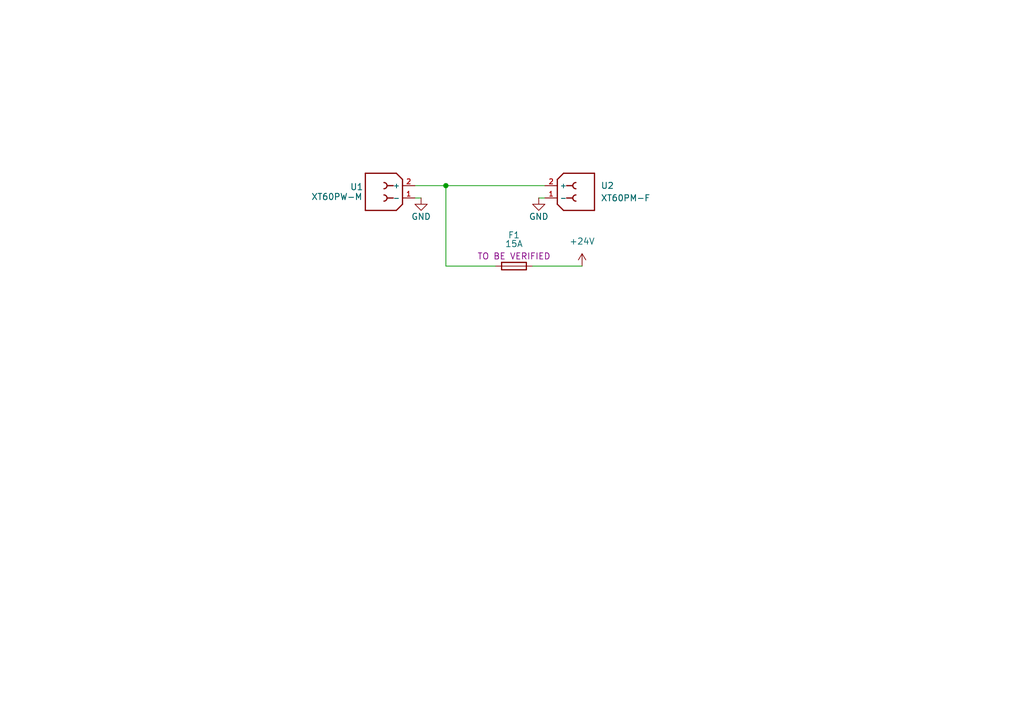
<source format=kicad_sch>
(kicad_sch (version 20231120) (generator "eeschema") (generator_version "8.0")
  (paper "A5")
  (title_block (title "Power Connections"))
  (lib_symbols
    (symbol "RoverLibrary:FuseHolder-3588-20" (pin_numbers hide) (pin_names (offset 0))
      (property "Reference" "F" (at 2.032 0 90))
      (property "Value" "FuseHolder-3588-20" (at -1.905 0 90))
      (property "STATUS" "TO BE VERIFIED" (at -4.064 -0.254 90))
      (symbol "FuseHolder-3588-20_0_1"
        (rectangle (start -0.762 2.54) (end 0.762 -2.54) (stroke (width 0.254)))
        (polyline (pts (xy 0 2.54) (xy 0 -2.54)))
      )
      (symbol "FuseHolder-3588-20_1_1"
        (pin power_out line (at 0 3.81 270) (length 1.27) (name "~") (number "1"))
        (pin power_in line (at 0 -3.81 90) (length 1.27) (name "~") (number "2"))
      )
    )
    (symbol "RoverLibrary:XT60PW-F"
      (property "Reference" "U" (at 0 0 0))
      (property "Value" "XT60PM-F" (at 0 -1.524 0))
      (symbol "XT60PW-F_0_0"
        (polyline (pts (xy -3.81 -10.16) (xy -3.81 -2.54)) (stroke (width 0.254)))
        (polyline (pts (xy -3.81 -2.54) (xy 2.54 -2.54)) (stroke (width 0.254)))
        (polyline (pts (xy 1.9077 -7.62) (xy 0.6377 -7.62)) (stroke (width 0.254)))
        (polyline (pts (xy 1.9077 -5.08) (xy 0.6377 -5.08)) (stroke (width 0.254)))
        (polyline (pts (xy 2.54 -10.16) (xy -3.81 -10.16)) (stroke (width 0.254)))
        (polyline (pts (xy 3.81 -8.89) (xy 2.54 -10.16)) (stroke (width 0.254)))
        (polyline (pts (xy 3.81 -5.08) (xy 3.81 -8.89)) (stroke (width 0.254)))
        (polyline (pts (xy 3.81 -3.81) (xy 2.54 -2.54)) (stroke (width 0.254)))
        (polyline (pts (xy 3.81 -3.81) (xy 3.81 -5.08)) (stroke (width 0.254)))
        (arc (start 0.0027 -8.255) (mid 0.635 -7.62) (end 0.0027 -6.985) (stroke (width 0.254)))
        (arc (start 0.0027 -5.715) (mid 0.635 -5.08) (end 0.0027 -4.445) (stroke (width 0.254)))
      )
      (symbol "XT60PW-F_1_0"
        (pin power_in line (at 6.35 -7.62 180) (length 2.54) (name "-") (number "1"))
        (pin power_in line (at 6.35 -5.08 180) (length 2.54) (name "+") (number "2"))
      )
    )
    (symbol "RoverLibrary:XT60PW-M"
      (property "Reference" "U" (at 0 0 0))
      (property "Value" "XT60PW-M" (at 0 -1.524 0))
      (symbol "XT60PW-M_0_0"
        (polyline (pts (xy -3.81 -10.16) (xy -3.81 -2.54)) (stroke (width 0.254)))
        (polyline (pts (xy -3.81 -2.54) (xy 2.54 -2.54)) (stroke (width 0.254)))
        (polyline (pts (xy 1.9077 -7.62) (xy 0.6377 -7.62)) (stroke (width 0.254)))
        (polyline (pts (xy 1.9077 -5.08) (xy 0.6377 -5.08)) (stroke (width 0.254)))
        (polyline (pts (xy 2.54 -10.16) (xy -3.81 -10.16)) (stroke (width 0.254)))
        (polyline (pts (xy 3.81 -8.89) (xy 2.54 -10.16)) (stroke (width 0.254)))
        (polyline (pts (xy 3.81 -5.08) (xy 3.81 -8.89)) (stroke (width 0.254)))
        (polyline (pts (xy 3.81 -3.81) (xy 2.54 -2.54)) (stroke (width 0.254)))
        (polyline (pts (xy 3.81 -3.81) (xy 3.81 -5.08)) (stroke (width 0.254)))
        (arc (start 0.0027 -8.255) (mid 0.635 -7.62) (end 0.0027 -6.985) (stroke (width 0.254)))
        (arc (start 0.0027 -5.715) (mid 0.635 -5.08) (end 0.0027 -4.445) (stroke (width 0.254)))
      )
      (symbol "XT60PW-M_1_0"
        (pin power_out line (at 6.35 -7.62 180) (length 2.54) (name "-") (number "1"))
        (pin power_out line (at 6.35 -5.08 180) (length 2.54) (name "+") (number "2"))
      )
    )
    (symbol "power:+24V" (power) (pin_numbers hide) (pin_names (offset 0) hide)
      (property "Value" "+24V" (at 0 3.556 0))
      (symbol "+24V_0_1"
        (polyline (pts (xy -0.762 1.27) (xy 0 2.54)))
        (polyline (pts (xy 0 0) (xy 0 2.54)))
        (polyline (pts (xy 0 2.54) (xy 0.762 1.27)))
      )
      (symbol "+24V_1_1"
        (pin power_in line (at 0 0 90) (length 0) (name "~") (number "1"))
      )
    )
    (symbol "power:GND" (power) (pin_numbers hide) (pin_names (offset 0) hide)
      (property "Value" "GND" (at 0 -3.81 0))
      (symbol "GND_0_1"
        (polyline (pts (xy 0 0) (xy 0 -1.27) (xy 1.27 -1.27) (xy 0 -2.54) (xy -1.27 -1.27) (xy 0 -1.27)))
      )
      (symbol "GND_1_1"
        (pin power_in line (at 0 0 270) (length 0) (name "~") (number "1"))
      )
    )
  )
  (junction (at 91.44 38.1))
  (wire (pts (xy 91.44 38.1) (xy 91.44 54.61)))
  (wire (pts (xy 86.36 40.64) (xy 85.09 40.64)))
  (wire (pts (xy 85.09 38.1) (xy 91.44 38.1)))
  (wire (pts (xy 91.44 38.1) (xy 111.76 38.1)))
  (wire (pts (xy 91.44 54.61) (xy 101.6 54.61)))
  (wire (pts (xy 119.38 54.61) (xy 109.22 54.61)))
  (wire (pts (xy 110.49 40.64) (xy 111.76 40.64)))
  (symbol (lib_id "RoverLibrary:XT60PW-F") (at 118.11 33.02 0) (mirror y) (unit 1)
    (property "Reference" "U2" (at 123.19 38.0999 0) (effects (justify right)))
    (property "Value" "XT60PM-F" (at 123.19 40.6399 0) (effects (justify right)))
    (property "Footprint" "RoverFootprint:AMASS_XT60PW-F_1x02_P7.20mm_Horizontal" (effects (hide yes)))
    (property "STATUS" "APPROVED" (effects (hide yes)))
  )
  (symbol (lib_id "power:GND") (at 110.49 40.64 0) (unit 1)
    (property "Reference" "#PWR03" (effects (hide yes)))
    (property "Value" "GND" (at 110.49 44.45 0))
    (property "Description" "Power symbol creates a global label with name \"GND\" , ground" (effects (hide yes)))
  )
  (symbol (lib_id "RoverLibrary:FuseHolder-3588-20") (at 105.41 54.61 90) (unit 1)
    (property "Reference" "F1" (at 105.41 48.26 90))
    (property "Value" "15A" (at 105.41 50.038 90))
    (property "Footprint" "RoverFootprint:FuseHolder-3588-20" (effects (hide yes)))
    (property "Description" "FuseHolder SMD 20A Max" (effects (hide yes)))
    (property "STATUS" "TO BE VERIFIED" (at 105.41 52.578 90))
  )
  (symbol (lib_id "RoverLibrary:XT60PW-M") (at 78.74 33.02 0) (unit 1)
    (property "Reference" "U1" (at 73.152 38.354 0))
    (property "Value" "XT60PW-M" (at 69.088 40.386 0))
    (property "Footprint" "RoverFootprint:AMASS_XT60PW-M_1x02_P7.20mm_Horizontal" (effects (hide yes)))
    (property "STATUS" "APPROVED" (effects (hide yes)))
  )
  (symbol (lib_id "power:+24V") (at 119.38 54.61 0) (unit 1)
    (property "Reference" "#PWR01" (effects (hide yes)))
    (property "Value" "+24V" (at 119.38 49.53 0))
    (property "Description" "Power symbol creates a global label with name \"+24V\"" (effects (hide yes)))
  )
  (symbol (lib_id "power:GND") (at 86.36 40.64 0) (unit 1)
    (property "Reference" "#PWR02" (effects (hide yes)))
    (property "Value" "GND" (at 86.36 44.45 0))
    (property "Description" "Power symbol creates a global label with name \"GND\" , ground" (effects (hide yes)))
  )
)
</source>
